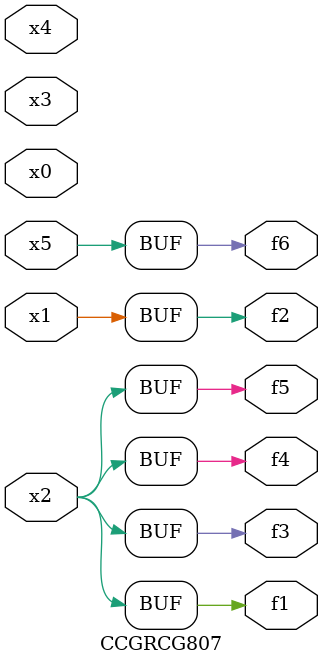
<source format=v>
module CCGRCG807(
	input x0, x1, x2, x3, x4, x5,
	output f1, f2, f3, f4, f5, f6
);
	assign f1 = x2;
	assign f2 = x1;
	assign f3 = x2;
	assign f4 = x2;
	assign f5 = x2;
	assign f6 = x5;
endmodule

</source>
